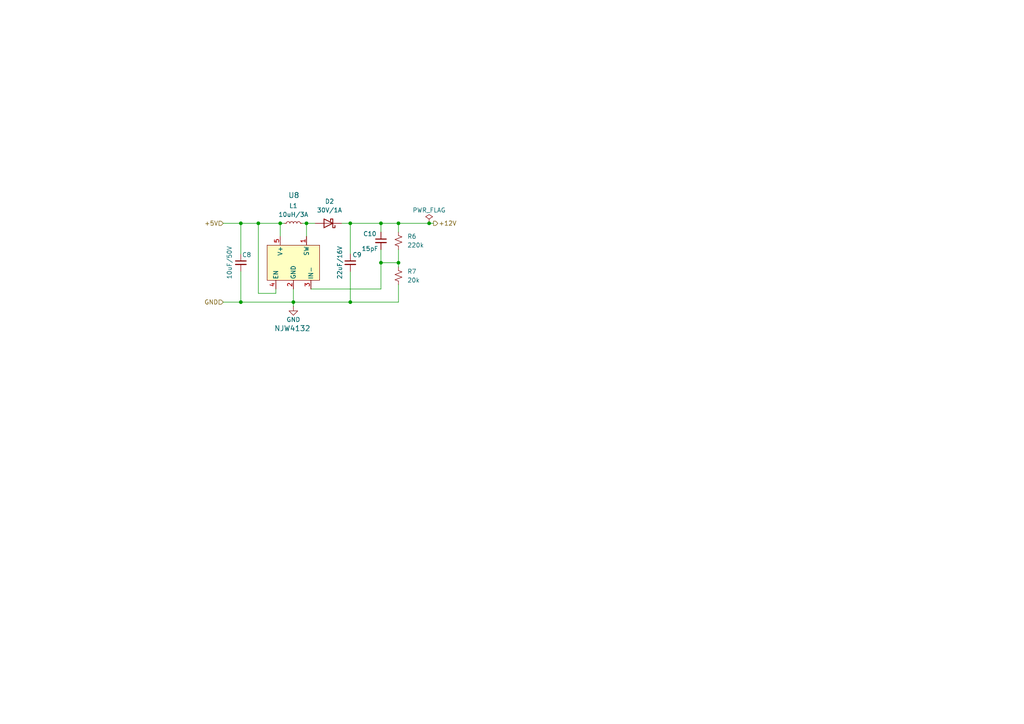
<source format=kicad_sch>
(kicad_sch (version 20231120) (generator "eeschema") (generator_version "8.0")
  (paper "A4")
  (title_block (date "2025-02-10") (rev "1"))
  (lib_symbols
    (symbol "Device:C_Small" (pin_numbers hide) (pin_names (offset 0.254) hide)
      (property "Reference" "C" (at 0.254 1.778 0))
      (property "Value" "C_Small" (at 0.254 -2.032 0))
      (symbol "C_Small_0_1"
        (polyline (pts (xy -1.524 -0.508) (xy 1.524 -0.508)) (stroke (width 0.3302)))
        (polyline (pts (xy -1.524 0.508) (xy 1.524 0.508)) (stroke (width 0.3048)))
      )
      (symbol "C_Small_1_1"
        (pin passive line (at 0 2.54 270) (length 2.032) (name "~") (number "1"))
        (pin passive line (at 0 -2.54 90) (length 2.032) (name "~") (number "2"))
      )
    )
    (symbol "Device:L_Small" (pin_numbers hide) (pin_names (offset 0.254) hide)
      (property "Reference" "L" (at 0.762 1.016 0))
      (property "Value" "L_Small" (at 0.762 -1.016 0))
      (symbol "L_Small_0_1"
        (arc (start 0 -2.032) (mid 0.5058 -1.524) (end 0 -1.016))
        (arc (start 0 -1.016) (mid 0.5058 -0.508) (end 0 0))
        (arc (start 0 0) (mid 0.5058 0.508) (end 0 1.016))
        (arc (start 0 1.016) (mid 0.5058 1.524) (end 0 2.032))
      )
      (symbol "L_Small_1_1"
        (pin passive line (at 0 2.54 270) (length 0.508) (name "~") (number "1"))
        (pin passive line (at 0 -2.54 90) (length 0.508) (name "~") (number "2"))
      )
    )
    (symbol "Device:R_Small_US" (pin_numbers hide) (pin_names (offset 0.254) hide)
      (property "Reference" "R" (at 0.762 0.508 0))
      (property "Value" "R_Small_US" (at 0.762 -1.016 0))
      (symbol "R_Small_US_1_1"
        (polyline (pts (xy 0 0) (xy 1.016 -0.381) (xy 0 -0.762) (xy -1.016 -1.143) (xy 0 -1.524)))
        (polyline (pts (xy 0 1.524) (xy 1.016 1.143) (xy 0 0.762) (xy -1.016 0.381) (xy 0 0)))
        (pin passive line (at 0 2.54 270) (length 1.016) (name "~") (number "1"))
        (pin passive line (at 0 -2.54 90) (length 1.016) (name "~") (number "2"))
      )
    )
    (symbol "Diode:SB130" (pin_numbers hide) (pin_names (offset 1.016) hide)
      (property "Reference" "D" (at 0 2.54 0))
      (property "Value" "SB130" (at 0 -2.54 0))
      (symbol "SB130_0_1"
        (polyline (pts (xy 1.27 0) (xy -1.27 0)))
        (polyline (pts (xy 1.27 1.27) (xy 1.27 -1.27) (xy -1.27 0) (xy 1.27 1.27)) (stroke (width 0.254)))
        (polyline (pts (xy -1.905 0.635) (xy -1.905 1.27) (xy -1.27 1.27) (xy -1.27 -1.27) (xy -0.635 -1.27) (xy -0.635 -0.635)) (stroke (width 0.254)))
      )
      (symbol "SB130_1_1"
        (pin passive line (at -3.81 0 0) (length 2.54) (name "K") (number "1"))
        (pin passive line (at 3.81 0 180) (length 2.54) (name "A") (number "2"))
      )
    )
    (symbol "nisshinbo:NJW4132U2-C-TE1" (pin_names (offset 0.254))
      (property "Reference" "U" (at 13.97 1.524 0))
      (property "Value" "NJW4132" (at 7.62 -5.08 0))
      (symbol "NJW4132U2-C-TE1_1_1"
        (rectangle (start 0 0) (end 15.24 -10.16) (fill (type background)))
        (pin output line (at 11.43 2.54 270) (length 2.54) (name "SW") (number "1"))
        (pin power_in line (at 7.62 -12.7 90) (length 2.54) (name "GND") (number "2"))
        (pin input line (at 12.7 -12.7 90) (length 2.54) (name "IN-") (number "3"))
        (pin input line (at 2.54 -12.7 90) (length 2.54) (name "EN") (number "4"))
        (pin power_in line (at 3.81 2.54 270) (length 2.54) (name "V+") (number "5"))
      )
    )
    (symbol "power:GND" (power) (pin_numbers hide) (pin_names (offset 0) hide)
      (property "Value" "GND" (at 0 -3.81 0))
      (symbol "GND_0_1"
        (polyline (pts (xy 0 0) (xy 0 -1.27) (xy 1.27 -1.27) (xy 0 -2.54) (xy -1.27 -1.27) (xy 0 -1.27)))
      )
      (symbol "GND_1_1"
        (pin power_in line (at 0 0 270) (length 0) (name "~") (number "1"))
      )
    )
    (symbol "power:PWR_FLAG" (power) (pin_numbers hide) (pin_names (offset 0) hide)
      (property "Value" "PWR_FLAG" (at 0 3.81 0))
      (symbol "PWR_FLAG_0_0"
        (pin power_out line (at 0 0 90) (length 0) (name "~") (number "1"))
      )
      (symbol "PWR_FLAG_0_1"
        (polyline (pts (xy 0 0) (xy 0 1.27) (xy -1.016 1.905) (xy 0 2.54) (xy 1.016 1.905) (xy 0 1.27)))
      )
    )
  )
  (junction (at 115.57 64.77))
  (junction (at 115.57 76.2))
  (junction (at 124.46 64.77))
  (junction (at 69.85 64.77))
  (junction (at 81.28 64.77))
  (junction (at 69.85 87.63))
  (junction (at 74.93 64.77))
  (junction (at 110.49 76.2))
  (junction (at 85.09 87.63))
  (junction (at 110.49 64.77))
  (junction (at 101.6 64.77))
  (junction (at 101.6 87.63))
  (junction (at 88.9 64.77))
  (wire (pts (xy 74.93 64.77) (xy 74.93 85.09)))
  (wire (pts (xy 115.57 64.77) (xy 115.57 67.31)))
  (wire (pts (xy 85.09 88.9) (xy 85.09 87.63)))
  (wire (pts (xy 124.46 64.77) (xy 125.73 64.77)))
  (wire (pts (xy 101.6 78.74) (xy 101.6 87.63)))
  (wire (pts (xy 115.57 72.39) (xy 115.57 76.2)))
  (wire (pts (xy 110.49 76.2) (xy 115.57 76.2)))
  (wire (pts (xy 85.09 87.63) (xy 85.09 83.82)))
  (wire (pts (xy 64.77 87.63) (xy 69.85 87.63)))
  (wire (pts (xy 64.77 64.77) (xy 69.85 64.77)))
  (wire (pts (xy 88.9 64.77) (xy 91.44 64.77)))
  (wire (pts (xy 88.9 64.77) (xy 88.9 68.58)))
  (wire (pts (xy 80.01 85.09) (xy 74.93 85.09)))
  (wire (pts (xy 81.28 64.77) (xy 81.28 68.58)))
  (wire (pts (xy 69.85 78.74) (xy 69.85 87.63)))
  (wire (pts (xy 110.49 76.2) (xy 110.49 83.82)))
  (wire (pts (xy 110.49 72.39) (xy 110.49 76.2)))
  (wire (pts (xy 87.63 64.77) (xy 88.9 64.77)))
  (wire (pts (xy 69.85 87.63) (xy 85.09 87.63)))
  (wire (pts (xy 101.6 87.63) (xy 85.09 87.63)))
  (wire (pts (xy 69.85 64.77) (xy 74.93 64.77)))
  (wire (pts (xy 115.57 87.63) (xy 101.6 87.63)))
  (wire (pts (xy 81.28 64.77) (xy 82.55 64.77)))
  (wire (pts (xy 110.49 83.82) (xy 90.17 83.82)))
  (wire (pts (xy 69.85 73.66) (xy 69.85 64.77)))
  (wire (pts (xy 115.57 82.55) (xy 115.57 87.63)))
  (wire (pts (xy 110.49 64.77) (xy 115.57 64.77)))
  (wire (pts (xy 115.57 64.77) (xy 124.46 64.77)))
  (wire (pts (xy 99.06 64.77) (xy 101.6 64.77)))
  (wire (pts (xy 110.49 64.77) (xy 110.49 67.31)))
  (wire (pts (xy 74.93 64.77) (xy 81.28 64.77)))
  (wire (pts (xy 101.6 64.77) (xy 110.49 64.77)))
  (wire (pts (xy 115.57 76.2) (xy 115.57 77.47)))
  (wire (pts (xy 101.6 64.77) (xy 101.6 73.66)))
  (wire (pts (xy 80.01 83.82) (xy 80.01 85.09)))
  (hierarchical_label "+12V" (shape output) (at 125.73 64.77 0))
  (hierarchical_label "+5V" (shape input) (at 64.77 64.77 180))
  (hierarchical_label "GND" (shape input) (at 64.77 87.63 180))
  (symbol (lib_id "Device:R_Small_US") (at 115.57 69.85 0) (unit 1)
    (property "Reference" "R6" (at 118.11 68.5799 0) (effects (justify left)))
    (property "Value" "220k" (at 118.11 71.1199 0) (effects (justify left)))
    (property "Footprint" "Resistor_SMD:R_0603_1608Metric_Pad0.98x0.95mm_HandSolder" (effects (hide yes)))
    (property "Description" "Resistor, small US symbol" (effects (hide yes)))
    (instances (project "" (path "" (reference "R6") (unit 1))) (project "" (path "" (reference "R2") (unit 1))) (project "dcdc+12v" (path "" (reference "R2") (unit 1))) (project "" (path "" (reference "R2") (unit 1))))
  )
  (symbol (lib_id "Device:L_Small") (at 85.09 64.77 90) (unit 1)
    (property "Reference" "L1" (at 85.09 59.69 90))
    (property "Value" "10uH/3A" (at 85.09 62.23 90))
    (property "Footprint" "murata:IND_DFE322512F_MUR-M" (effects (hide yes)))
    (property "Description" "Inductor, small symbol" (effects (hide yes)))
  )
  (symbol (lib_id "Diode:SB130") (at 95.25 64.77 180) (unit 1)
    (property "Reference" "D2" (at 95.5675 58.42 0))
    (property "Value" "30V/1A" (at 95.5675 60.96 0))
    (property "Footprint" "murata:CR_60M-60_ROM-M" (effects (hide yes)))
    (property "Datasheet" "http://www.diodes.com/_files/datasheets/ds23022.pdf" (effects (hide yes)))
    (property "Description" "30V 1A Schottky Barrier Rectifier Diode, DO-41" (effects (hide yes)))
    (instances (project "" (path "" (reference "D2") (unit 1))) (project "" (path "" (reference "D2") (unit 1))) (project "dcdc+12v" (path "" (reference "D1") (unit 1))) (project "" (path "" (reference "D2") (unit 1))))
  )
  (symbol (lib_id "nisshinbo:NJW4132U2-C-TE1") (at 77.47 71.12 0) (unit 1)
    (property "Reference" "U8" (at 83.566 56.642 0) (effects (font (size 1.524 1.524)) (justify left)))
    (property "Value" "NJW4132" (at 79.502 95.25 0) (effects (font (size 1.524 1.524)) (justify left)))
    (property "Footprint" "nisshinbo:SOT-89-5_NMD-M" (effects (hide yes)))
    (property "Datasheet" "NJW4132U2-C-TE1" (effects (hide yes)))
    (instances (project "" (path "" (reference "U8") (unit 1))) (project "" (path "" (reference "U3") (unit 1))) (project "dcdc+12v" (path "" (reference "U1") (unit 1))) (project "" (path "" (reference "U3") (unit 1))))
  )
  (symbol (lib_id "power:PWR_FLAG") (at 124.46 64.77 0) (unit 1)
    (property "Reference" "#FLG03" (effects (hide yes)))
    (property "Value" "PWR_FLAG" (at 124.46 60.96 0))
    (property "Description" "Special symbol for telling ERC where power comes from" (effects (hide yes)))
    (instances (project "" (path "" (reference "#FLG03") (unit 1))) (project "" (path "" (reference "#FLG04") (unit 1))) (project "" (path "" (reference "#FLG04") (unit 1))))
  )
  (symbol (lib_id "Device:R_Small_US") (at 115.57 80.01 0) (unit 1)
    (property "Reference" "R7" (at 118.11 78.7399 0) (effects (justify left)))
    (property "Value" "20k" (at 118.11 81.2799 0) (effects (justify left)))
    (property "Footprint" "Resistor_SMD:R_0603_1608Metric_Pad0.98x0.95mm_HandSolder" (effects (hide yes)))
    (property "Description" "Resistor, small US symbol" (effects (hide yes)))
    (instances (project "" (path "" (reference "R7") (unit 1))) (project "" (path "" (reference "R3") (unit 1))) (project "dcdc+12v" (path "" (reference "R1") (unit 1))) (project "" (path "" (reference "R3") (unit 1))))
  )
  (symbol (lib_id "Device:C_Small") (at 101.6 76.2 0) (mirror y) (unit 1)
    (property "Reference" "C9" (at 104.902 73.914 0) (effects (justify left)))
    (property "Value" "22uF/16V" (at 98.552 81.026 90) (effects (justify left)))
    (property "Footprint" "Capacitor_SMD:C_0603_1608Metric_Pad1.08x0.95mm_HandSolder" (effects (hide yes)))
    (property "Description" "Unpolarized capacitor, small symbol" (effects (hide yes)))
    (instances (project "" (path "" (reference "C9") (unit 1))) (project "" (path "" (reference "C4") (unit 1))) (project "dcdc+12v" (path "" (reference "C2") (unit 1))) (project "" (path "" (reference "C4") (unit 1))))
  )
  (symbol (lib_id "power:GND") (at 85.09 88.9 0) (unit 1)
    (property "Reference" "#PWR037" (effects (hide yes)))
    (property "Value" "GND" (at 85.09 92.71 0))
    (property "Description" "Power symbol creates a global label with name \"GND\" , ground" (effects (hide yes)))
    (instances (project "" (path "" (reference "#PWR037") (unit 1))) (project "" (path "" (reference "#PWR018") (unit 1))) (project "dcdc+12v" (path "" (reference "#PWR03") (unit 1))) (project "" (path "" (reference "#PWR018") (unit 1))))
  )
  (symbol (lib_id "Device:C_Small") (at 110.49 69.85 0) (mirror y) (unit 1)
    (property "Reference" "C10" (at 109.22 67.818 0) (effects (justify left)))
    (property "Value" "15pF" (at 109.728 72.136 0) (effects (justify left)))
    (property "Footprint" "Capacitor_SMD:C_0603_1608Metric_Pad1.08x0.95mm_HandSolder" (effects (hide yes)))
    (property "Description" "Unpolarized capacitor, small symbol" (effects (hide yes)))
    (instances (project "" (path "" (reference "C10") (unit 1))) (project "" (path "" (reference "C5") (unit 1))) (project "dcdc+12v" (path "" (reference "C3") (unit 1))) (project "" (path "" (reference "C5") (unit 1))))
  )
  (symbol (lib_id "Device:C_Small") (at 69.85 76.2 0) (mirror y) (unit 1)
    (property "Reference" "C8" (at 72.898 73.914 0) (effects (justify left)))
    (property "Value" "10uF/50V" (at 66.548 81.026 90) (effects (justify left)))
    (property "Footprint" "Capacitor_SMD:C_0603_1608Metric_Pad1.08x0.95mm_HandSolder" (effects (hide yes)))
    (property "Description" "Unpolarized capacitor, small symbol" (effects (hide yes)))
    (instances (project "" (path "" (reference "C8") (unit 1))) (project "" (path "" (reference "C3") (unit 1))) (project "dcdc+12v" (path "" (reference "C1") (unit 1))) (project "" (path "" (reference "C3") (unit 1))))
  )
)
</source>
